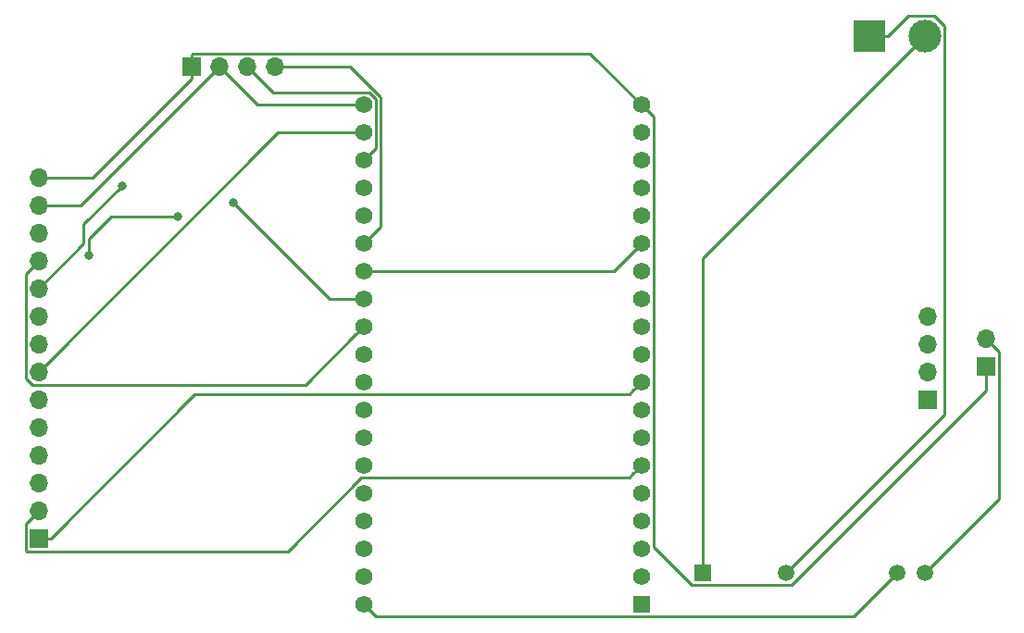
<source format=gbr>
G04 #@! TF.GenerationSoftware,KiCad,Pcbnew,5.1.4+dfsg1-1*
G04 #@! TF.CreationDate,2020-01-19T14:17:45-05:00*
G04 #@! TF.ProjectId,thermostat_master,74686572-6d6f-4737-9461-745f6d617374,rev?*
G04 #@! TF.SameCoordinates,Original*
G04 #@! TF.FileFunction,Copper,L1,Top*
G04 #@! TF.FilePolarity,Positive*
%FSLAX46Y46*%
G04 Gerber Fmt 4.6, Leading zero omitted, Abs format (unit mm)*
G04 Created by KiCad (PCBNEW 5.1.4+dfsg1-1) date 2020-01-19 14:17:45*
%MOMM*%
%LPD*%
G04 APERTURE LIST*
%ADD10R,1.700000X1.700000*%
%ADD11O,1.700000X1.700000*%
%ADD12R,3.000000X3.000000*%
%ADD13C,3.000000*%
%ADD14C,1.508000*%
%ADD15R,1.508000X1.508000*%
%ADD16R,1.560000X1.560000*%
%ADD17C,1.560000*%
%ADD18C,0.800000*%
%ADD19C,0.250000*%
G04 APERTURE END LIST*
D10*
X112268000Y-97028000D03*
D11*
X112268000Y-94488000D03*
X112268000Y-91948000D03*
X112268000Y-89408000D03*
X112268000Y-86868000D03*
X112268000Y-84328000D03*
X112268000Y-81788000D03*
X112268000Y-79248000D03*
X112268000Y-76708000D03*
X112268000Y-74168000D03*
X112268000Y-71628000D03*
X112268000Y-69088000D03*
X112268000Y-66548000D03*
X112268000Y-64008000D03*
D10*
X193548000Y-84328000D03*
D11*
X193548000Y-81788000D03*
X193548000Y-79248000D03*
X193548000Y-76708000D03*
X133858000Y-53848000D03*
X131318000Y-53848000D03*
X128778000Y-53848000D03*
D10*
X126238000Y-53848000D03*
X198882000Y-81280000D03*
D11*
X198882000Y-78740000D03*
D12*
X188214000Y-51054000D03*
D13*
X193294000Y-51054000D03*
D14*
X193294000Y-100200000D03*
X190754000Y-100200000D03*
X180594000Y-100200000D03*
D15*
X172974000Y-100200000D03*
D16*
X167386000Y-103072000D03*
D17*
X167386000Y-100532000D03*
X167386000Y-57352000D03*
X167386000Y-97992000D03*
X167386000Y-95452000D03*
X167386000Y-92912000D03*
X167386000Y-90372000D03*
X167386000Y-87832000D03*
X167386000Y-85292000D03*
X167386000Y-82752000D03*
X167386000Y-80212000D03*
X167386000Y-77672000D03*
X167386000Y-75132000D03*
X167386000Y-72592000D03*
X167386000Y-70052000D03*
X167386000Y-67512000D03*
X167386000Y-64972000D03*
X167386000Y-62432000D03*
X167386000Y-59892000D03*
X141986000Y-103072000D03*
X141986000Y-100532000D03*
X141986000Y-97992000D03*
X141986000Y-95452000D03*
X141986000Y-92912000D03*
X141986000Y-90372000D03*
X141986000Y-87832000D03*
X141986000Y-85292000D03*
X141986000Y-82752000D03*
X141986000Y-80212000D03*
X141986000Y-77672000D03*
X141986000Y-75132000D03*
X141986000Y-72592000D03*
X141986000Y-70052000D03*
X141986000Y-67512000D03*
X141986000Y-64972000D03*
X141986000Y-62432000D03*
X141986000Y-59892000D03*
X141986000Y-57352000D03*
D18*
X116840000Y-71120000D03*
X124968000Y-67564000D03*
X119888000Y-64770000D03*
X130048000Y-66294000D03*
D19*
X166606001Y-83531999D02*
X167386000Y-82752000D01*
X126538999Y-83857001D02*
X166280999Y-83857001D01*
X166280999Y-83857001D02*
X166606001Y-83531999D01*
X113368000Y-97028000D02*
X126538999Y-83857001D01*
X112268000Y-97028000D02*
X113368000Y-97028000D01*
X166280999Y-91477001D02*
X166606001Y-91151999D01*
X111157999Y-98203001D02*
X135059597Y-98203001D01*
X166606001Y-91151999D02*
X167386000Y-90372000D01*
X141785597Y-91477001D02*
X166280999Y-91477001D01*
X135059597Y-98203001D02*
X141785597Y-91477001D01*
X111092999Y-98138001D02*
X111157999Y-98203001D01*
X111092999Y-95663001D02*
X111092999Y-98138001D01*
X112268000Y-94488000D02*
X111092999Y-95663001D01*
X134164000Y-59892000D02*
X141986000Y-59892000D01*
X112268000Y-81788000D02*
X134164000Y-59892000D01*
X116840000Y-71120000D02*
X116840000Y-69596000D01*
X116840000Y-69596000D02*
X118872000Y-67564000D01*
X118872000Y-67564000D02*
X124968000Y-67564000D01*
X112390347Y-74045653D02*
X112268000Y-74168000D01*
X116389990Y-70046010D02*
X116389990Y-68268010D01*
X112268000Y-74168000D02*
X116389990Y-70046010D01*
X116389990Y-68268010D02*
X119888000Y-64770000D01*
X141986000Y-75132000D02*
X138886000Y-75132000D01*
X138886000Y-75132000D02*
X130048000Y-66294000D01*
X141206001Y-78451999D02*
X141986000Y-77672000D01*
X136694999Y-82963001D02*
X141206001Y-78451999D01*
X111665001Y-82963001D02*
X136694999Y-82963001D01*
X111092999Y-82390999D02*
X111665001Y-82963001D01*
X111092999Y-72803001D02*
X111092999Y-82390999D01*
X112268000Y-71628000D02*
X111092999Y-72803001D01*
X199731999Y-79589999D02*
X198882000Y-78740000D01*
X200057001Y-79915001D02*
X199731999Y-79589999D01*
X200057001Y-93436999D02*
X200057001Y-79915001D01*
X193294000Y-100200000D02*
X200057001Y-93436999D01*
X116078000Y-66548000D02*
X128778000Y-53848000D01*
X112268000Y-66548000D02*
X116078000Y-66548000D01*
X132282000Y-57352000D02*
X141986000Y-57352000D01*
X128778000Y-53848000D02*
X132282000Y-57352000D01*
X164846000Y-72592000D02*
X167386000Y-70052000D01*
X141986000Y-72592000D02*
X164846000Y-72592000D01*
X168491001Y-58457001D02*
X167386000Y-57352000D01*
X198882000Y-83508922D02*
X181111921Y-101279001D01*
X181111921Y-101279001D02*
X171959999Y-101279001D01*
X171959999Y-101279001D02*
X168491001Y-97810003D01*
X198882000Y-81280000D02*
X198882000Y-83508922D01*
X168491001Y-97810003D02*
X168491001Y-58457001D01*
X126238000Y-54948000D02*
X126238000Y-53848000D01*
X117178000Y-64008000D02*
X126238000Y-54948000D01*
X112268000Y-64008000D02*
X117178000Y-64008000D01*
X126313001Y-52672999D02*
X126238000Y-52748000D01*
X162706999Y-52672999D02*
X126313001Y-52672999D01*
X126238000Y-52748000D02*
X126238000Y-53848000D01*
X167386000Y-57352000D02*
X162706999Y-52672999D01*
X142765999Y-69272001D02*
X141986000Y-70052000D01*
X143541011Y-68496989D02*
X142765999Y-69272001D01*
X143541011Y-56635199D02*
X143541011Y-68496989D01*
X140753812Y-53848000D02*
X143541011Y-56635199D01*
X133858000Y-53848000D02*
X140753812Y-53848000D01*
X142765999Y-61652001D02*
X141986000Y-62432000D01*
X142516401Y-56246999D02*
X143091001Y-56821599D01*
X143091001Y-56821599D02*
X143091001Y-61326999D01*
X133716999Y-56246999D02*
X142516401Y-56246999D01*
X143091001Y-61326999D02*
X142765999Y-61652001D01*
X131318000Y-53848000D02*
X133716999Y-56246999D01*
X191789001Y-49228999D02*
X189964000Y-51054000D01*
X194170001Y-49228999D02*
X191789001Y-49228999D01*
X195119001Y-50177999D02*
X194170001Y-49228999D01*
X195119001Y-85674999D02*
X195119001Y-50177999D01*
X189964000Y-51054000D02*
X188214000Y-51054000D01*
X180594000Y-100200000D02*
X195119001Y-85674999D01*
X172974000Y-71374000D02*
X193294000Y-51054000D01*
X172974000Y-100200000D02*
X172974000Y-71374000D01*
X186776999Y-104177001D02*
X143091001Y-104177001D01*
X142765999Y-103851999D02*
X141986000Y-103072000D01*
X143091001Y-104177001D02*
X142765999Y-103851999D01*
X190754000Y-100200000D02*
X186776999Y-104177001D01*
M02*

</source>
